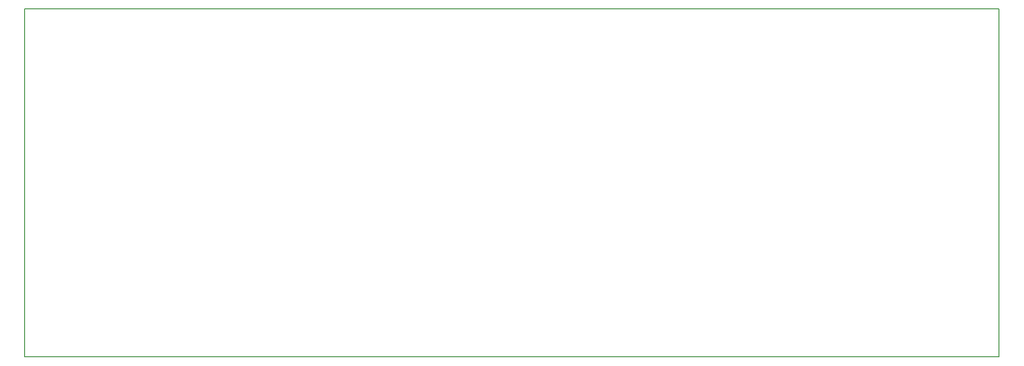
<source format=gm1>
G04 #@! TF.FileFunction,Profile,NP*
%FSLAX46Y46*%
G04 Gerber Fmt 4.6, Leading zero omitted, Abs format (unit mm)*
G04 Created by KiCad (PCBNEW (2016-03-22 BZR 6643, Git db8c72c)-product) date 3/23/2016 7:30:48 PM*
%MOMM*%
G01*
G04 APERTURE LIST*
%ADD10C,0.100000*%
%ADD11C,0.150000*%
G04 APERTURE END LIST*
D10*
D11*
X248920000Y-53340000D02*
X71120000Y-53340000D01*
X248920000Y-116840000D02*
X248920000Y-53340000D01*
X71120000Y-116840000D02*
X71120000Y-53340000D01*
X248920000Y-116840000D02*
X71120000Y-116840000D01*
M02*

</source>
